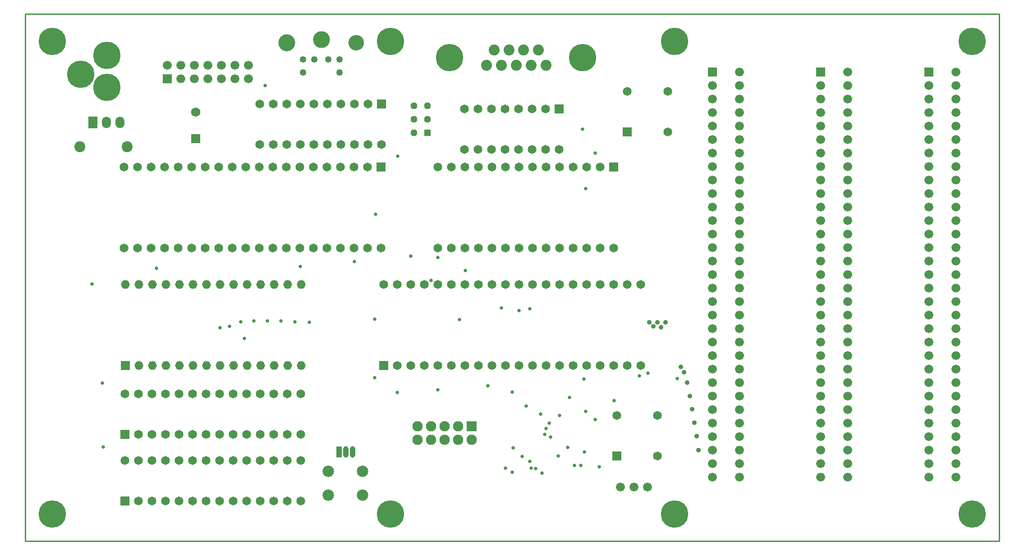
<source format=gbs>
G04 Layer_Color=8150272*
%FSLAX24Y24*%
%MOIN*%
G70*
G01*
G75*
%ADD23C,0.0100*%
%ADD74C,0.0493*%
%ADD75C,0.1251*%
%ADD76C,0.1250*%
%ADD77C,0.1151*%
%ADD78O,0.0660X0.0860*%
%ADD79R,0.0660X0.0860*%
%ADD80R,0.0651X0.0651*%
%ADD81C,0.0651*%
%ADD82R,0.0660X0.0660*%
%ADD83C,0.0660*%
%ADD84C,0.2029*%
%ADD85O,0.0404X0.0847*%
%ADD86R,0.0404X0.0847*%
%ADD87R,0.0493X0.0493*%
%ADD88P,0.0534X8X292.5*%
%ADD89C,0.0769*%
%ADD90R,0.0769X0.0769*%
%ADD91C,0.0847*%
%ADD92C,0.0808*%
%ADD93R,0.0660X0.0660*%
%ADD94C,0.0810*%
%ADD95R,0.0651X0.0651*%
%ADD96O,0.0651X0.0651*%
%ADD97C,0.0690*%
%ADD98R,0.0690X0.0690*%
%ADD99C,0.0360*%
%ADD100C,0.0260*%
D23*
X38000Y105050D02*
X110000D01*
X38000Y66000D02*
X110000D01*
X38000D02*
Y105050D01*
X110000Y66000D02*
Y105050D01*
D74*
X58561Y100689D02*
D03*
Y101674D02*
D03*
X59378D02*
D03*
X60412D02*
D03*
X61239D02*
D03*
Y100689D02*
D03*
D75*
X57333Y102894D02*
D03*
D76*
X59900Y103150D02*
D03*
D77*
X62467Y102894D02*
D03*
D78*
X45000Y97000D02*
D03*
X44000D02*
D03*
D79*
X43000D02*
D03*
D80*
X64300Y93700D02*
D03*
X82500Y96300D02*
D03*
X81750Y72300D02*
D03*
X64341Y98361D02*
D03*
X45370Y73894D02*
D03*
Y68972D02*
D03*
X77467Y97995D02*
D03*
X64500Y79000D02*
D03*
X81500Y93700D02*
D03*
D81*
X63300D02*
D03*
X62300D02*
D03*
X61300D02*
D03*
X60300D02*
D03*
X59300D02*
D03*
X58300D02*
D03*
X57300D02*
D03*
X56300D02*
D03*
X55300D02*
D03*
X54300D02*
D03*
X53300D02*
D03*
X52300D02*
D03*
X51300D02*
D03*
X50300D02*
D03*
X49300D02*
D03*
X48300D02*
D03*
X47300D02*
D03*
X46300D02*
D03*
X45300D02*
D03*
X64300Y87700D02*
D03*
X63300D02*
D03*
X62300D02*
D03*
X61300D02*
D03*
X60300D02*
D03*
X59300D02*
D03*
X58300D02*
D03*
X57300D02*
D03*
X56300D02*
D03*
X55300D02*
D03*
X54300D02*
D03*
X53300D02*
D03*
X52300D02*
D03*
X51300D02*
D03*
X50300D02*
D03*
X49300D02*
D03*
X48300D02*
D03*
X47300D02*
D03*
X46300D02*
D03*
X45300D02*
D03*
X85500Y99300D02*
D03*
X82500D02*
D03*
X85500Y96300D02*
D03*
X84750Y72300D02*
D03*
X81750Y75300D02*
D03*
X84750D02*
D03*
X63341Y98361D02*
D03*
X62341D02*
D03*
X61341D02*
D03*
X60341D02*
D03*
X59341D02*
D03*
X58341D02*
D03*
X57341D02*
D03*
X56341D02*
D03*
X55341D02*
D03*
X64341Y95361D02*
D03*
X63341D02*
D03*
X62341D02*
D03*
X61341D02*
D03*
X60341D02*
D03*
X59341D02*
D03*
X58341D02*
D03*
X57341D02*
D03*
X56341D02*
D03*
X55341D02*
D03*
X46370Y73894D02*
D03*
X47370D02*
D03*
X48370D02*
D03*
X49370D02*
D03*
X50370D02*
D03*
X51370D02*
D03*
X52370D02*
D03*
X53370D02*
D03*
X54370D02*
D03*
X55370D02*
D03*
X56370D02*
D03*
X57370D02*
D03*
X58370D02*
D03*
X45370Y76894D02*
D03*
X46370D02*
D03*
X47370D02*
D03*
X48370D02*
D03*
X49370D02*
D03*
X50370D02*
D03*
X51370D02*
D03*
X52370D02*
D03*
X53370D02*
D03*
X54370D02*
D03*
X55370D02*
D03*
X56370D02*
D03*
X57370D02*
D03*
X58370D02*
D03*
X46370Y68972D02*
D03*
X47370D02*
D03*
X48370D02*
D03*
X49370D02*
D03*
X50370D02*
D03*
X51370D02*
D03*
X52370D02*
D03*
X53370D02*
D03*
X54370D02*
D03*
X55370D02*
D03*
X56370D02*
D03*
X57370D02*
D03*
X58370D02*
D03*
X45370Y71972D02*
D03*
X46370D02*
D03*
X47370D02*
D03*
X48370D02*
D03*
X49370D02*
D03*
X50370D02*
D03*
X51370D02*
D03*
X52370D02*
D03*
X53370D02*
D03*
X54370D02*
D03*
X55370D02*
D03*
X56370D02*
D03*
X57370D02*
D03*
X58370D02*
D03*
X76467Y97995D02*
D03*
X75467D02*
D03*
X74467D02*
D03*
X73467D02*
D03*
X72467D02*
D03*
X71467D02*
D03*
X70467D02*
D03*
X77467Y94995D02*
D03*
X76467D02*
D03*
X75467D02*
D03*
X74467D02*
D03*
X73467D02*
D03*
X72467D02*
D03*
X71467D02*
D03*
X70467D02*
D03*
X83500Y85000D02*
D03*
X82500D02*
D03*
X81500D02*
D03*
X80500D02*
D03*
X79500D02*
D03*
X78500D02*
D03*
X77500D02*
D03*
X76500D02*
D03*
X75500D02*
D03*
X74500D02*
D03*
X73500D02*
D03*
X72500D02*
D03*
X71500D02*
D03*
X70500D02*
D03*
X69500D02*
D03*
X68500D02*
D03*
X67500D02*
D03*
X66500D02*
D03*
X65500D02*
D03*
X64500D02*
D03*
X83500Y79000D02*
D03*
X82500D02*
D03*
X81500D02*
D03*
X80500D02*
D03*
X79500D02*
D03*
X78500D02*
D03*
X77500D02*
D03*
X76500D02*
D03*
X75500D02*
D03*
X74500D02*
D03*
X73500D02*
D03*
X72500D02*
D03*
X71500D02*
D03*
X70500D02*
D03*
X69500D02*
D03*
X68500D02*
D03*
X67500D02*
D03*
X66500D02*
D03*
X65500D02*
D03*
X80500Y93700D02*
D03*
X79500D02*
D03*
X78500D02*
D03*
X77500D02*
D03*
X76500D02*
D03*
X75500D02*
D03*
X74500D02*
D03*
X73500D02*
D03*
X72500D02*
D03*
X71500D02*
D03*
X70500D02*
D03*
X69500D02*
D03*
X68500D02*
D03*
X81500Y87700D02*
D03*
X80500D02*
D03*
X79500D02*
D03*
X78500D02*
D03*
X77500D02*
D03*
X76500D02*
D03*
X75500D02*
D03*
X74500D02*
D03*
X73500D02*
D03*
X72500D02*
D03*
X71500D02*
D03*
X70500D02*
D03*
X69500D02*
D03*
X68500D02*
D03*
D82*
X104800Y100750D02*
D03*
X96800D02*
D03*
X88800D02*
D03*
D83*
X106800D02*
D03*
X104800Y99750D02*
D03*
X106800D02*
D03*
X104800Y98750D02*
D03*
X106800D02*
D03*
X104800Y97750D02*
D03*
X106800D02*
D03*
X104800Y96750D02*
D03*
X106800D02*
D03*
X104800Y95750D02*
D03*
X106800D02*
D03*
X104800Y94750D02*
D03*
X106800D02*
D03*
X104800Y93750D02*
D03*
X106800D02*
D03*
X104800Y92750D02*
D03*
X106800D02*
D03*
X104800Y91750D02*
D03*
X106800D02*
D03*
X104800Y90750D02*
D03*
X106800D02*
D03*
X104800Y89750D02*
D03*
X106800D02*
D03*
X104800Y88750D02*
D03*
X106800D02*
D03*
X104800Y87750D02*
D03*
X106800D02*
D03*
X104800Y86750D02*
D03*
X106800D02*
D03*
X104800Y85750D02*
D03*
X106800D02*
D03*
X104800Y84750D02*
D03*
X106800D02*
D03*
X104800Y83750D02*
D03*
X106800D02*
D03*
X104800Y82750D02*
D03*
X106800D02*
D03*
X104800Y81750D02*
D03*
X106800D02*
D03*
X104800Y80750D02*
D03*
X106800D02*
D03*
X104800Y79750D02*
D03*
X106800D02*
D03*
X104800Y78750D02*
D03*
X106800D02*
D03*
X104800Y77750D02*
D03*
X106800D02*
D03*
X104800Y76750D02*
D03*
X106800D02*
D03*
X104800Y75750D02*
D03*
X106800D02*
D03*
X104800Y74750D02*
D03*
X106800D02*
D03*
X104800Y73750D02*
D03*
X106800D02*
D03*
X104800Y72750D02*
D03*
X106800D02*
D03*
X104800Y71750D02*
D03*
X106800D02*
D03*
X104800Y70750D02*
D03*
X106800D02*
D03*
X98800Y100750D02*
D03*
X96800Y99750D02*
D03*
X98800D02*
D03*
X96800Y98750D02*
D03*
X98800D02*
D03*
X96800Y97750D02*
D03*
X98800D02*
D03*
X96800Y96750D02*
D03*
X98800D02*
D03*
X96800Y95750D02*
D03*
X98800D02*
D03*
X96800Y94750D02*
D03*
X98800D02*
D03*
X96800Y93750D02*
D03*
X98800D02*
D03*
X96800Y92750D02*
D03*
X98800D02*
D03*
X96800Y91750D02*
D03*
X98800D02*
D03*
X96800Y90750D02*
D03*
X98800D02*
D03*
X96800Y89750D02*
D03*
X98800D02*
D03*
X96800Y88750D02*
D03*
X98800D02*
D03*
X96800Y87750D02*
D03*
X98800D02*
D03*
X96800Y86750D02*
D03*
X98800D02*
D03*
X96800Y85750D02*
D03*
X98800D02*
D03*
X96800Y84750D02*
D03*
X98800D02*
D03*
X96800Y83750D02*
D03*
X98800D02*
D03*
X96800Y82750D02*
D03*
X98800D02*
D03*
X96800Y81750D02*
D03*
X98800D02*
D03*
X96800Y80750D02*
D03*
X98800D02*
D03*
X96800Y79750D02*
D03*
X98800D02*
D03*
X96800Y78750D02*
D03*
X98800D02*
D03*
X96800Y77750D02*
D03*
X98800D02*
D03*
X96800Y76750D02*
D03*
X98800D02*
D03*
X96800Y75750D02*
D03*
X98800D02*
D03*
X96800Y74750D02*
D03*
X98800D02*
D03*
X96800Y73750D02*
D03*
X98800D02*
D03*
X96800Y72750D02*
D03*
X98800D02*
D03*
X96800Y71750D02*
D03*
X98800D02*
D03*
X96800Y70750D02*
D03*
X98800D02*
D03*
X88800Y99750D02*
D03*
Y98750D02*
D03*
Y97750D02*
D03*
Y96750D02*
D03*
Y95750D02*
D03*
Y94750D02*
D03*
Y93750D02*
D03*
Y92750D02*
D03*
Y91750D02*
D03*
Y90750D02*
D03*
Y89750D02*
D03*
Y88750D02*
D03*
Y87750D02*
D03*
Y86750D02*
D03*
Y72750D02*
D03*
Y73750D02*
D03*
Y74750D02*
D03*
Y75750D02*
D03*
Y76750D02*
D03*
Y77750D02*
D03*
Y78750D02*
D03*
Y79750D02*
D03*
Y80750D02*
D03*
Y81750D02*
D03*
Y82750D02*
D03*
Y83750D02*
D03*
Y84750D02*
D03*
Y85750D02*
D03*
X90800Y100750D02*
D03*
Y99750D02*
D03*
Y98750D02*
D03*
Y97750D02*
D03*
Y96750D02*
D03*
Y95750D02*
D03*
Y94750D02*
D03*
Y93750D02*
D03*
Y92750D02*
D03*
Y91750D02*
D03*
Y90750D02*
D03*
Y89750D02*
D03*
Y88750D02*
D03*
Y87750D02*
D03*
Y86750D02*
D03*
Y85750D02*
D03*
Y84750D02*
D03*
Y83750D02*
D03*
Y82750D02*
D03*
Y81750D02*
D03*
Y80750D02*
D03*
Y79750D02*
D03*
Y78750D02*
D03*
Y77750D02*
D03*
Y76750D02*
D03*
Y75750D02*
D03*
Y74750D02*
D03*
Y73750D02*
D03*
Y72750D02*
D03*
X88800Y71750D02*
D03*
X90800D02*
D03*
X88800Y70750D02*
D03*
X90800D02*
D03*
X82000Y70000D02*
D03*
X83000D02*
D03*
X84000D02*
D03*
X48500Y101250D02*
D03*
X49500Y100250D02*
D03*
Y101250D02*
D03*
X50500Y100250D02*
D03*
Y101250D02*
D03*
X51500Y100250D02*
D03*
Y101250D02*
D03*
X52500Y100250D02*
D03*
Y101250D02*
D03*
X53500Y100250D02*
D03*
Y101250D02*
D03*
X54500Y100250D02*
D03*
Y101250D02*
D03*
D84*
X108000Y103000D02*
D03*
X65000Y68000D02*
D03*
Y103000D02*
D03*
X86000Y68000D02*
D03*
Y103000D02*
D03*
X108000Y68000D02*
D03*
X40000Y68000D02*
D03*
Y103000D02*
D03*
X79230Y101809D02*
D03*
X69392D02*
D03*
X44039Y101956D02*
D03*
X42110Y100572D02*
D03*
X44033Y99594D02*
D03*
D85*
X62200Y72600D02*
D03*
X61700D02*
D03*
D86*
X61200D02*
D03*
D87*
X67750Y96250D02*
D03*
D88*
X66750D02*
D03*
X67750Y97250D02*
D03*
X66750D02*
D03*
X67750Y98250D02*
D03*
X66750D02*
D03*
D89*
X67000Y73500D02*
D03*
Y74500D02*
D03*
X68000Y73500D02*
D03*
Y74500D02*
D03*
X69000Y73500D02*
D03*
Y74500D02*
D03*
X70000Y73500D02*
D03*
Y74500D02*
D03*
X71000Y73500D02*
D03*
D90*
Y74500D02*
D03*
D91*
X60400Y69400D02*
D03*
X62959D02*
D03*
Y71172D02*
D03*
X60400D02*
D03*
D92*
X76500Y101250D02*
D03*
X75953Y102368D02*
D03*
X75406Y101250D02*
D03*
X74858Y102368D02*
D03*
X74311Y101250D02*
D03*
X73764Y102368D02*
D03*
X73217Y101250D02*
D03*
X72669Y102368D02*
D03*
X72122Y101250D02*
D03*
D93*
X48500Y100250D02*
D03*
D94*
X45550Y95200D02*
D03*
X42050D02*
D03*
D95*
X45406Y78997D02*
D03*
D96*
X46406D02*
D03*
X47406D02*
D03*
X48406D02*
D03*
X49406D02*
D03*
X50406D02*
D03*
X51406D02*
D03*
X52406D02*
D03*
X53406D02*
D03*
X54406D02*
D03*
X55406D02*
D03*
X56406D02*
D03*
X57406D02*
D03*
X58406D02*
D03*
X45406Y84997D02*
D03*
X46406D02*
D03*
X47406D02*
D03*
X48406D02*
D03*
X49406D02*
D03*
X50406D02*
D03*
X51406D02*
D03*
X52406D02*
D03*
X53406D02*
D03*
X54406D02*
D03*
X55406D02*
D03*
X56406D02*
D03*
X57406D02*
D03*
X58406D02*
D03*
D97*
X50600Y97784D02*
D03*
D98*
Y95816D02*
D03*
D99*
X85000Y81850D02*
D03*
X84450Y81900D02*
D03*
X85350Y82200D02*
D03*
X84160Y82220D02*
D03*
X84740D02*
D03*
X86470Y78890D02*
D03*
X86700Y78510D02*
D03*
X86950Y77750D02*
D03*
X87150Y76750D02*
D03*
X87320Y75770D02*
D03*
X87480Y74780D02*
D03*
X87640Y73760D02*
D03*
X87780Y72730D02*
D03*
D100*
X84050Y78450D02*
D03*
X74068Y72900D02*
D03*
X59000Y82200D02*
D03*
X55755Y99745D02*
D03*
X68500Y87000D02*
D03*
X77500Y75300D02*
D03*
X80150Y75000D02*
D03*
X78100Y72950D02*
D03*
X63850Y78100D02*
D03*
Y82450D02*
D03*
X47700Y86200D02*
D03*
X68000Y85300D02*
D03*
X70100Y82400D02*
D03*
X63900Y90200D02*
D03*
X79450Y92100D02*
D03*
X65550Y94500D02*
D03*
X80150Y94750D02*
D03*
X42950Y85050D02*
D03*
X43765Y72965D02*
D03*
X79300Y78000D02*
D03*
X79441Y75600D02*
D03*
X80450Y71500D02*
D03*
X76100Y75395D02*
D03*
X74000Y77050D02*
D03*
X72200Y77500D02*
D03*
X53950Y82250D02*
D03*
X54900Y82300D02*
D03*
X55900D02*
D03*
X56900D02*
D03*
X57950Y82250D02*
D03*
X76850Y73700D02*
D03*
X76400Y73900D02*
D03*
X76750Y74750D02*
D03*
X54200Y81000D02*
D03*
X53100Y81900D02*
D03*
X52400Y81800D02*
D03*
X62350Y86700D02*
D03*
X76500Y74350D02*
D03*
X74000Y71100D02*
D03*
X58350Y86350D02*
D03*
X81550Y76400D02*
D03*
X73500Y71400D02*
D03*
X66500Y87100D02*
D03*
X65500Y77000D02*
D03*
X68500Y77200D02*
D03*
X75050Y76000D02*
D03*
X77400Y72300D02*
D03*
X79350Y72600D02*
D03*
X79202Y96500D02*
D03*
X78250Y76636D02*
D03*
X75300Y71900D02*
D03*
X83400Y78250D02*
D03*
X86200Y78050D02*
D03*
X70550Y86050D02*
D03*
X73228Y83268D02*
D03*
X74508Y83071D02*
D03*
X75300Y83200D02*
D03*
X75430Y71400D02*
D03*
X75760Y71380D02*
D03*
X76217Y71040D02*
D03*
X74760Y72255D02*
D03*
X79080Y71601D02*
D03*
X78630Y71620D02*
D03*
X43700Y77700D02*
D03*
M02*

</source>
